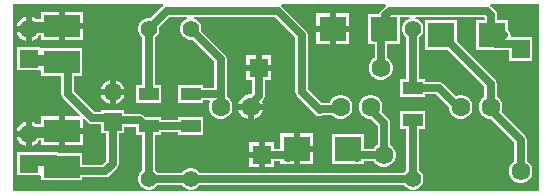
<source format=gbl>
%FSTAX23Y23*%
%MOIN*%
%SFA1B1*%

%IPPOS*%
%ADD17C,0.061811*%
%ADD18R,0.061811X0.061811*%
%ADD23C,0.025000*%
%ADD24R,0.061024X0.061024*%
%ADD25C,0.061024*%
%ADD26C,0.055118*%
%ADD27R,0.062598X0.062598*%
%ADD28C,0.062598*%
%ADD29R,0.062598X0.062598*%
%ADD30C,0.062992*%
%ADD31R,0.089764X0.083464*%
%ADD32R,0.120000X0.075000*%
%ADD33R,0.066929X0.043307*%
%ADD34C,0.035000*%
%LNpcb1-1*%
%LPD*%
G36*
X02141Y00008D02*
X00388D01*
Y00631*
X00886*
X00888Y00626*
X00885Y00624*
X00845Y00585*
X00844Y00585*
X00835*
X00826Y00583*
X00818Y00578*
X00811Y00571*
X00806Y00563*
X00804Y00554*
Y00545*
X00806Y00536*
X00811Y00528*
X00818Y00521*
X00819Y00521*
Y00362*
X00798*
Y00303*
X00881*
Y00362*
X0086*
Y00521*
X00861Y00521*
X00868Y00528*
X00873Y00536*
X00875Y00545*
Y00554*
X00875Y00555*
X00908Y00589*
X00969*
X00969Y00584*
X00966Y00583*
X00958Y00578*
X00951Y00571*
X00946Y00563*
X00944Y00554*
Y00545*
X00946Y00536*
X00951Y00528*
X00958Y00521*
X00966Y00516*
X00975Y00514*
X00984*
X00985Y00514*
X01059Y00441*
Y00354*
X01021*
Y00362*
X00938*
Y00303*
X01021*
Y00312*
X01042*
X01044Y00307*
X01043Y00305*
X0104Y00295*
Y00284*
X01043Y00274*
X01048Y00265*
X01055Y00258*
X01064Y00253*
X01074Y0025*
X01085*
X01095Y00253*
X01104Y00258*
X01111Y00265*
X01116Y00274*
X01119Y00284*
Y00295*
X01116Y00305*
X01111Y00314*
X01104Y00321*
X011Y00323*
Y0033*
Y0045*
X01099Y00458*
X01094Y00464*
X01015Y00544*
X01015Y00545*
Y00554*
X01013Y00563*
X01008Y00571*
X01001Y00578*
X00993Y00583*
X0099Y00584*
X0099Y00589*
X01261*
X01329Y00521*
Y0034*
X0133Y00332*
X01335Y00325*
X01395Y00265*
X01402Y0026*
X0141Y00259*
X01418Y0026*
X01419Y00261*
X01452*
X01455Y00258*
X01464Y00253*
X01474Y0025*
X01485*
X01495Y00253*
X01504Y00258*
X01511Y00265*
X01516Y00274*
X01519Y00284*
Y00295*
X01516Y00305*
X01511Y00314*
X01504Y00321*
X01495Y00326*
X01485Y00329*
X01474*
X01464Y00326*
X01455Y00321*
X01448Y00314*
X01443Y00305*
X01442Y00303*
X01415*
X0137Y00348*
Y0053*
X01369Y00538*
X01364Y00544*
X01284Y00624*
X01281Y00626*
X01283Y00631*
X01629*
X01631Y00626*
X01628Y00624*
X01613Y0061*
X01609Y00603*
X01608Y00599*
X01572*
Y005*
X01591*
X01593Y005*
Y00453*
X01589Y00451*
X01582Y00444*
X01577Y00435*
X01574Y00425*
Y00414*
X01577Y00404*
X01582Y00395*
X01589Y00388*
X01598Y00383*
X01608Y0038*
X01619*
X01629Y00383*
X01638Y00388*
X01645Y00395*
X0165Y00404*
X01653Y00414*
Y00425*
X0165Y00435*
X01645Y00444*
X01638Y00451*
X01634Y00453*
Y005*
X01678*
Y00589*
X01709*
X0171Y00584*
X01706Y00583*
X01698Y00578*
X01691Y00571*
X01686Y00563*
X01684Y00554*
Y00545*
X01686Y00536*
X01691Y00528*
X01698Y00521*
X01699Y00521*
Y00382*
X01678*
Y00323*
X01761*
Y00332*
X01798*
X0184Y00289*
Y00284*
X01843Y00274*
X01848Y00265*
X01855Y00258*
X01864Y00253*
X01874Y0025*
X01885*
X01895Y00253*
X01904Y00258*
X01911Y00265*
X01916Y00274*
X01919Y00284*
Y00295*
X01916Y00305*
X01911Y00314*
X01904Y00321*
X01895Y00326*
X01885Y00329*
X01874*
X01864Y00326*
X01863Y00326*
X01821Y00367*
X01814Y00372*
X01806Y00374*
X01761*
Y00382*
X0174*
Y00521*
X01741Y00521*
X01748Y00528*
X01753Y00536*
X01755Y00545*
Y00554*
X01753Y00563*
X01748Y00571*
X01741Y00578*
X01733Y00583*
X01729Y00584*
X0173Y00589*
X01958*
X01961Y00586*
Y00579*
X01932*
Y0048*
X01995*
X01997Y00479*
X0204*
Y00444*
X02119*
Y00523*
X02049*
X02046Y00528*
X02046Y00529*
X02046Y00529*
X02046Y0053*
X02045Y00533*
X02045Y00537*
X02045Y00537*
X02044Y00538*
X02042Y00541*
X0204Y00544*
X0204Y00544*
X0204Y00544*
X02038Y00546*
Y00579*
X02002*
Y00595*
X02001Y00603*
X01996Y0061*
X01982Y00624*
X01979Y00626*
X0198Y00631*
X02141*
Y00008*
G37*
%LNpcb1-2*%
%LPC*%
G36*
X0054Y00607D02*
X0048D01*
Y00581*
X00466*
X00465Y00582*
X00455Y00588*
X0045Y00589*
Y0055*
Y0051*
X00455Y00511*
X00465Y00517*
X00472Y00524*
X00475Y00529*
X0048*
Y00512*
X0054*
Y0056*
Y00607*
G37*
G36*
X0062D02*
X0056D01*
Y0057*
X0062*
Y00607*
G37*
G36*
X01509Y00601D02*
X01464D01*
Y0056*
X01509*
Y00601*
G37*
G36*
X01444D02*
X01399D01*
Y0056*
X01444*
Y00601*
G37*
G36*
X0043Y00589D02*
X00424Y00588D01*
X00414Y00582*
X00407Y00575*
X00401Y00565*
X004Y0056*
X0043*
Y00589*
G37*
G36*
X0062Y0055D02*
X0056D01*
Y00512*
X0062*
Y0055*
G37*
G36*
X0043Y0054D02*
X004D01*
X00401Y00534*
X00407Y00524*
X00414Y00517*
X00424Y00511*
X0043Y0051*
Y0054*
G37*
G36*
X01509D02*
X01464D01*
Y00498*
X01509*
Y0054*
G37*
G36*
X01444D02*
X01399D01*
Y00498*
X01444*
Y0054*
G37*
G36*
X01247Y00461D02*
X01216D01*
Y0043*
X01247*
Y00461*
G37*
G36*
X01196D02*
X01164D01*
Y0043*
X01196*
Y00461*
G37*
G36*
X0073Y00379D02*
Y0035D01*
X00759*
X00757Y00355*
X00752Y00364*
X00744Y00372*
X00735Y00377*
X0073Y00379*
G37*
G36*
X0071D02*
X00704Y00377D01*
X00695Y00372*
X00687Y00364*
X00682Y00355*
X0068Y0035*
X0071*
Y00379*
G37*
G36*
X00759Y0033D02*
X0073D01*
Y003*
X00735Y00302*
X00744Y00307*
X00752Y00315*
X00757Y00324*
X00759Y0033*
G37*
G36*
X0071D02*
X0068D01*
X00682Y00324*
X00687Y00315*
X00695Y00307*
X00704Y00302*
X0071Y003*
Y0033*
G37*
G36*
X01247Y0041D02*
X01164D01*
Y00378*
X01185*
Y00335*
X01181Y00331*
X01174*
X01163Y00328*
X01154Y00323*
X01146Y00315*
X01141Y00306*
X01139Y003*
X0122*
X01218Y00306*
X01217Y00308*
X0122Y00311*
X01225Y00318*
X01226Y00326*
Y00378*
X01247*
Y0041*
G37*
G36*
X0122Y0028D02*
X0119D01*
Y00249*
X01196Y00251*
X01205Y00256*
X01213Y00264*
X01218Y00273*
X0122Y0028*
G37*
G36*
X0117D02*
X01139D01*
X01141Y00273*
X01146Y00264*
X01154Y00256*
X01163Y00251*
X0117Y00249*
Y0028*
G37*
G36*
X0054Y00258D02*
X0048D01*
Y00231*
X00466*
X00465Y00232*
X00455Y00238*
X0045Y00239*
Y002*
Y0016*
X00455Y00161*
X00465Y00167*
X00472Y00174*
X00475Y00179*
X0048*
Y00163*
X0054*
Y0021*
Y00258*
G37*
G36*
X0043Y00239D02*
X00424Y00238D01*
X00414Y00232*
X00407Y00225*
X00401Y00215*
X004Y0021*
X0043*
Y00239*
G37*
G36*
X0062Y002D02*
X0056D01*
Y00163*
X0062*
Y002*
G37*
G36*
X0043Y0019D02*
X004D01*
X00401Y00184*
X00407Y00174*
X00414Y00167*
X00424Y00161*
X0043Y0016*
Y0019*
G37*
G36*
X01389Y00201D02*
X01344D01*
Y0016*
X01389*
Y00201*
G37*
G36*
X01585Y00329D02*
X01574D01*
X01564Y00326*
X01555Y00321*
X01548Y00314*
X01543Y00305*
X0154Y00295*
Y00284*
X01543Y00274*
X01548Y00265*
X01555Y00258*
X01564Y00253*
X01574Y0025*
X0158*
X01603Y00227*
Y00163*
X01599Y00161*
X01592Y00154*
X0159Y0015*
X01558*
Y00199*
X01452*
Y001*
X01532*
X01534Y00099*
X01536Y001*
X01558*
Y00109*
X0159*
X01592Y00105*
X01599Y00098*
X01608Y00093*
X01618Y0009*
X01629*
X01639Y00093*
X01648Y00098*
X01655Y00105*
X0166Y00114*
X01663Y00124*
Y00135*
X0166Y00145*
X01655Y00154*
X01648Y00161*
X01644Y00163*
Y00236*
X01643Y00244*
X01638Y00251*
X01616Y00273*
X01616Y00274*
X01619Y00284*
Y00295*
X01616Y00305*
X01611Y00314*
X01604Y00321*
X01595Y00326*
X01585Y00329*
G37*
G36*
X01324Y00201D02*
X01279D01*
Y0015*
X01257*
Y00171*
X01226*
Y0013*
Y00088*
X01257*
Y00109*
X01279*
Y00098*
X01324*
Y0015*
Y00201*
G37*
G36*
X01206Y00171D02*
X01174D01*
Y0014*
X01206*
Y00171*
G37*
G36*
X01389Y0014D02*
X01344D01*
Y00098*
X01389*
Y0014*
G37*
G36*
X01206Y0012D02*
X01174D01*
Y00088*
X01206*
Y0012*
G37*
G36*
X01867Y00579D02*
X01761D01*
Y0048*
X01838*
X01959Y00359*
Y00323*
X01955Y00321*
X01948Y00314*
X01943Y00305*
X0194Y00295*
Y00284*
X01943Y00274*
X01948Y00265*
X01955Y00258*
X01964Y00253*
X01974Y0025*
X01979*
X02059Y00171*
Y00109*
X02055Y00107*
X02048Y001*
X02043Y00091*
X0204Y00081*
Y0007*
X02043Y0006*
X02048Y00051*
X02055Y00044*
X02064Y00039*
X02074Y00036*
X02085*
X02095Y00039*
X02104Y00044*
X02111Y00051*
X02116Y0006*
X02119Y0007*
Y00081*
X02116Y00091*
X02111Y001*
X02104Y00107*
X021Y00109*
Y0018*
X02099Y00188*
X02094Y00194*
X02016Y00273*
X02016Y00274*
X02019Y00284*
Y00295*
X02016Y00305*
X02011Y00314*
X02004Y00321*
X02Y00323*
Y00367*
X01999Y00375*
X01994Y00382*
X01867Y00509*
Y00579*
G37*
G36*
X00478Y00488D02*
D01*
X00401*
Y00411*
X00478*
X00482Y00407*
Y00394*
X00549*
Y00334*
X00551Y00326*
X00555Y00319*
X00612Y00263*
X0061Y00258*
X0056*
Y0022*
X0062*
Y00248*
X00625Y0025*
X00637Y00238*
X00643Y00233*
X00651Y00232*
X00681*
Y00201*
X00699*
Y00109*
X00686Y00096*
X00618*
Y00136*
X00539*
X00536Y00138*
X00526Y0014*
X00499*
X00493Y00139*
X00453*
X0045Y00138*
X00401*
Y00061*
X00478*
X00482Y00057*
Y00045*
X00618*
Y00055*
X00695*
X00703Y00056*
X0071Y00061*
X00734Y00085*
X00739Y00092*
X0074Y001*
Y00201*
X00758*
Y00224*
X00798*
Y00197*
X00819*
Y00078*
X00818Y00078*
X00811Y00071*
X00806Y00063*
X00804Y00054*
Y00045*
X00806Y00036*
X00811Y00028*
X00818Y00021*
X00826Y00016*
X00835Y00014*
X00844*
X00853Y00016*
X00861Y00021*
X00868Y00028*
X00868Y00029*
X00951*
X00951Y00028*
X00958Y00021*
X00966Y00016*
X00975Y00014*
X00984*
X00993Y00016*
X01001Y00021*
X01008Y00028*
X01008Y00029*
X01691*
X01691Y00028*
X01698Y00021*
X01706Y00016*
X01715Y00014*
X01724*
X01733Y00016*
X01741Y00021*
X01748Y00028*
X01753Y00036*
X01755Y00045*
Y00054*
X01753Y00063*
X01748Y00071*
X01741Y00078*
X0174Y00078*
Y00217*
X01761*
Y00276*
X01678*
Y00217*
X01699*
Y00078*
X01698Y00078*
X01691Y00071*
X01691Y0007*
X01008*
X01008Y00071*
X01001Y00078*
X00993Y00083*
X00984Y00085*
X00975*
X00966Y00083*
X00958Y00078*
X00951Y00071*
X00951Y0007*
X00868*
X00868Y00071*
X00861Y00078*
X0086Y00078*
Y00197*
X00881*
Y00205*
X00938*
Y00197*
X01021*
Y00256*
X00938*
Y00247*
X00881*
Y00256*
X00828*
X00824Y00259*
X00818Y00264*
X0081Y00265*
X00758*
Y00278*
X00681*
Y00273*
X0066*
X00591Y00343*
Y00394*
X00618*
Y00485*
X00532*
X0053Y00486*
X00527Y00485*
X00482*
X00478Y00488*
G37*
%LNpcb1-3*%
%LPD*%
G54D17*
X0044Y002D03*
Y0055D03*
G54D18*
X0044Y001D03*
Y0045D03*
G54D23*
X0118Y0029D02*
Y003D01*
X01206Y00326D02*
Y0042D01*
X0118Y003D02*
X01206Y00326D01*
X01613Y0042D02*
Y0052D01*
Y00538D02*
X01625Y0055D01*
X01611Y00538D02*
X01613D01*
X01593Y0052D02*
X01611Y00538D01*
X01593Y0052D02*
X01613D01*
X0057Y00334D02*
Y00419D01*
Y00334D02*
X00651Y00253D01*
X00706*
X0072Y0024*
X0055Y00075D02*
X00695D01*
X0072Y001*
Y0024*
X0053Y0046D02*
X0057Y00419D01*
X0072Y0024D02*
X00725Y00245D01*
X0081*
X00828Y00226D02*
X0084D01*
X0081Y00245D02*
X00828Y00226D01*
X0198Y0029D02*
Y00367D01*
X01817Y0053D02*
X0198Y00367D01*
X01814Y0053D02*
X01817D01*
X0198Y0028D02*
X0208Y0018D01*
X0198Y0028D02*
Y0029D01*
X0208Y00076D02*
Y0018D01*
X01806Y00353D02*
X0187Y0029D01*
X0188*
X0172Y00353D02*
X01806D01*
X0141Y0028D02*
X01412Y00282D01*
X01472*
X0148Y0029*
X0135Y0034D02*
X0141Y0028D01*
X0135Y0034D02*
Y0053D01*
X0127Y0061D02*
X0135Y0053D01*
X009Y0061D02*
X0127D01*
X0084Y0055D02*
X009Y0061D01*
X01623Y0013D02*
Y00236D01*
X0158Y0028D02*
X01623Y00236D01*
X0158Y0028D02*
Y0029D01*
X0108D02*
Y0033D01*
X01982Y0053D02*
Y00595D01*
X01967Y0061D02*
X01982Y00595D01*
X01643Y0061D02*
X01967D01*
X01628Y00595D02*
X01643Y0061D01*
X01628Y0055D02*
Y00595D01*
X0084Y00333D02*
Y0055D01*
Y00226D02*
X0098D01*
X0084Y0005D02*
Y00226D01*
X0108Y0033D02*
Y0045D01*
X0098Y00333D02*
X01076D01*
X0108Y0033*
X0098Y0055D02*
X0108Y0045D01*
X0098Y0005D02*
X0172D01*
X0084D02*
X0098D01*
X0172Y00353D02*
Y0055D01*
Y0005D02*
Y00246D01*
X00526Y00114D02*
X0055Y0009D01*
X00546Y00214D02*
X0055Y0021D01*
X01982Y0053D02*
X02025D01*
X01983Y00514D02*
X02025Y0053D01*
X01997Y005D02*
X02063D01*
X01983Y00514D02*
X01997Y005D01*
X02063D02*
X0208Y00483D01*
X01537Y0013D02*
X01623D01*
X01216D02*
X01302D01*
X01305Y00126*
Y0012D02*
Y00126D01*
Y0012D02*
X01334Y0015D01*
X01534Y00126D02*
X01537Y0013D01*
X01534Y0012D02*
Y00126D01*
X01505Y0015D02*
X01534Y0012D01*
G54D24*
X0072Y0024D03*
G54D25*
X0072Y0034D03*
G54D26*
X0084Y0005D03*
Y0055D03*
X0172Y0005D03*
Y0055D03*
X0098D03*
Y0005D03*
G54D27*
X01206Y0042D03*
X01216Y0013D03*
G54D28*
X01613Y0042D03*
X01623Y0013D03*
X0208Y00076D03*
G54D29*
X0208Y00483D03*
G54D30*
X0188Y0029D03*
X0198D03*
X0158D03*
X0148D03*
X0108D03*
X0118D03*
G54D31*
X01814Y0053D03*
X01985D03*
X01625Y0055D03*
X01454D03*
X01505Y0015D03*
X01334D03*
G54D32*
X0055Y0021D03*
Y0009D03*
X0055Y0044D03*
Y0056D03*
G54D33*
X0172Y00246D03*
Y00353D03*
X0084Y00333D03*
Y00226D03*
X0098Y00333D03*
Y00226D03*
G54D34*
X0044Y0055D02*
X00445Y00555D01*
X00545*
X0055Y0056*
X0044Y0045D02*
X00445Y00445D01*
X00515*
X0053Y0046*
X0044Y001D02*
X00453Y00113D01*
X00498*
X00499Y00114*
X00526*
X0044Y002D02*
X00445Y00205D01*
X00537*
X00546Y00214*
M02*
</source>
